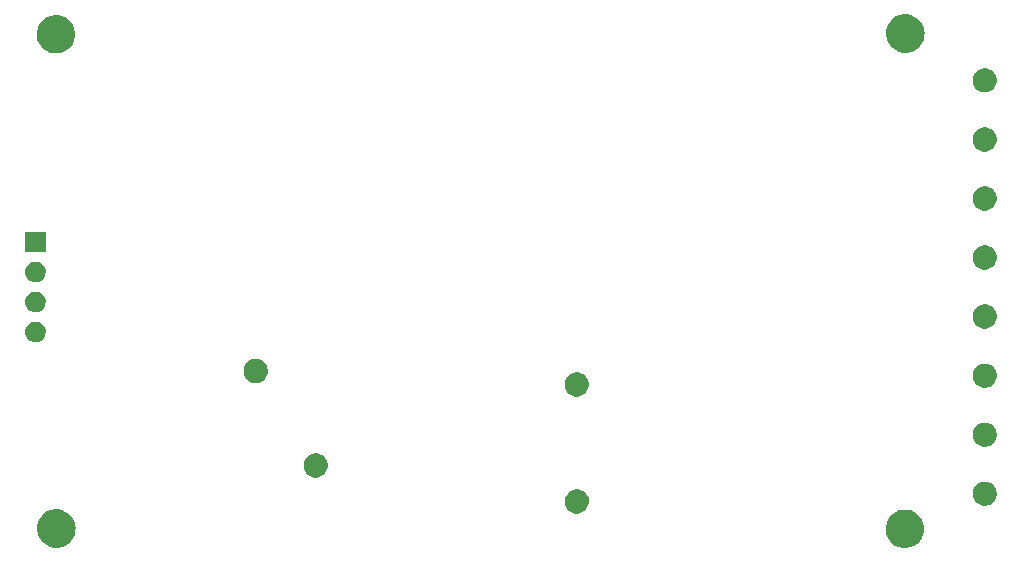
<source format=gbr>
G04 #@! TF.FileFunction,Soldermask,Bot*
%FSLAX46Y46*%
G04 Gerber Fmt 4.6, Leading zero omitted, Abs format (unit mm)*
G04 Created by KiCad (PCBNEW 4.0.6) date Tuesday, August 01, 2017 'AMt' 06:59:47 AM*
%MOMM*%
%LPD*%
G01*
G04 APERTURE LIST*
%ADD10C,0.100000*%
G04 APERTURE END LIST*
D10*
G36*
X181745726Y-122100681D02*
X182057966Y-122164775D01*
X182351824Y-122288301D01*
X182616085Y-122466548D01*
X182840692Y-122692728D01*
X183017087Y-122958226D01*
X183138557Y-123252932D01*
X183195980Y-123542943D01*
X183200470Y-123565621D01*
X183195386Y-123929702D01*
X183195309Y-123930040D01*
X183195309Y-123930049D01*
X183124766Y-124240542D01*
X182995118Y-124531737D01*
X182811374Y-124792209D01*
X182580539Y-125012031D01*
X182311402Y-125182831D01*
X182014217Y-125298101D01*
X181700305Y-125353453D01*
X181381615Y-125346777D01*
X181070292Y-125278328D01*
X180778193Y-125150713D01*
X180516452Y-124968799D01*
X180295019Y-124739498D01*
X180122347Y-124471563D01*
X180005002Y-124175185D01*
X179947462Y-123861670D01*
X179951912Y-123542943D01*
X180018186Y-123231148D01*
X180143757Y-122938168D01*
X180323846Y-122675156D01*
X180551588Y-122452134D01*
X180818315Y-122277593D01*
X181113862Y-122158184D01*
X181426971Y-122098456D01*
X181745726Y-122100681D01*
X181745726Y-122100681D01*
G37*
G36*
X109898726Y-122073681D02*
X110210966Y-122137775D01*
X110504824Y-122261301D01*
X110769085Y-122439548D01*
X110993692Y-122665728D01*
X111170087Y-122931226D01*
X111291557Y-123225932D01*
X111348980Y-123515943D01*
X111353470Y-123538621D01*
X111348386Y-123902702D01*
X111348309Y-123903040D01*
X111348309Y-123903049D01*
X111277766Y-124213542D01*
X111148118Y-124504737D01*
X110964374Y-124765209D01*
X110733539Y-124985031D01*
X110464402Y-125155831D01*
X110167217Y-125271101D01*
X109853305Y-125326453D01*
X109534615Y-125319777D01*
X109223292Y-125251328D01*
X108931193Y-125123713D01*
X108669452Y-124941799D01*
X108448019Y-124712498D01*
X108275347Y-124444563D01*
X108158002Y-124148185D01*
X108100462Y-123834670D01*
X108104912Y-123515943D01*
X108171186Y-123204148D01*
X108296757Y-122911168D01*
X108476846Y-122648156D01*
X108704588Y-122425134D01*
X108971315Y-122250593D01*
X109266862Y-122131184D01*
X109579971Y-122071456D01*
X109898726Y-122073681D01*
X109898726Y-122073681D01*
G37*
G36*
X153907706Y-120387281D02*
X154104683Y-120427715D01*
X154290068Y-120505644D01*
X154456780Y-120618093D01*
X154598475Y-120760780D01*
X154709756Y-120928272D01*
X154786386Y-121114190D01*
X154825376Y-121311105D01*
X154825376Y-121311115D01*
X154825443Y-121311454D01*
X154822236Y-121541138D01*
X154822160Y-121541472D01*
X154822160Y-121541485D01*
X154777686Y-121737236D01*
X154695897Y-121920938D01*
X154579980Y-122085260D01*
X154434355Y-122223937D01*
X154264568Y-122331688D01*
X154077083Y-122404408D01*
X153879050Y-122439327D01*
X153678001Y-122435115D01*
X153481599Y-122391933D01*
X153297325Y-122311426D01*
X153132203Y-122196663D01*
X152992512Y-122052010D01*
X152883579Y-121882978D01*
X152809550Y-121696002D01*
X152773250Y-121498221D01*
X152776057Y-121297148D01*
X152817868Y-121100448D01*
X152897085Y-120915619D01*
X153010696Y-120749695D01*
X153154369Y-120608999D01*
X153322637Y-120498888D01*
X153509087Y-120423557D01*
X153706613Y-120385878D01*
X153907706Y-120387281D01*
X153907706Y-120387281D01*
G37*
G36*
X188448706Y-119733281D02*
X188645683Y-119773715D01*
X188831068Y-119851644D01*
X188997780Y-119964093D01*
X189139475Y-120106780D01*
X189250756Y-120274272D01*
X189327386Y-120460190D01*
X189366376Y-120657105D01*
X189366376Y-120657115D01*
X189366443Y-120657454D01*
X189363236Y-120887138D01*
X189363160Y-120887472D01*
X189363160Y-120887485D01*
X189318686Y-121083236D01*
X189236897Y-121266938D01*
X189120980Y-121431260D01*
X188975355Y-121569937D01*
X188805568Y-121677688D01*
X188618083Y-121750408D01*
X188420050Y-121785327D01*
X188219001Y-121781115D01*
X188022599Y-121737933D01*
X187838325Y-121657426D01*
X187673203Y-121542663D01*
X187533512Y-121398010D01*
X187424579Y-121228978D01*
X187350550Y-121042002D01*
X187314250Y-120844221D01*
X187317057Y-120643148D01*
X187358868Y-120446448D01*
X187438085Y-120261619D01*
X187551696Y-120095695D01*
X187695369Y-119954999D01*
X187863637Y-119844888D01*
X188050087Y-119769557D01*
X188247613Y-119731878D01*
X188448706Y-119733281D01*
X188448706Y-119733281D01*
G37*
G36*
X131806706Y-117339281D02*
X132003683Y-117379715D01*
X132189068Y-117457644D01*
X132355780Y-117570093D01*
X132497475Y-117712780D01*
X132608756Y-117880272D01*
X132685386Y-118066190D01*
X132724376Y-118263105D01*
X132724376Y-118263115D01*
X132724443Y-118263454D01*
X132721236Y-118493138D01*
X132721160Y-118493472D01*
X132721160Y-118493485D01*
X132676686Y-118689236D01*
X132594897Y-118872938D01*
X132478980Y-119037260D01*
X132333355Y-119175937D01*
X132163568Y-119283688D01*
X131976083Y-119356408D01*
X131778050Y-119391327D01*
X131577001Y-119387115D01*
X131380599Y-119343933D01*
X131196325Y-119263426D01*
X131031203Y-119148663D01*
X130891512Y-119004010D01*
X130782579Y-118834978D01*
X130708550Y-118648002D01*
X130672250Y-118450221D01*
X130675057Y-118249148D01*
X130716868Y-118052448D01*
X130796085Y-117867619D01*
X130909696Y-117701695D01*
X131053369Y-117560999D01*
X131221637Y-117450888D01*
X131408087Y-117375557D01*
X131605613Y-117337878D01*
X131806706Y-117339281D01*
X131806706Y-117339281D01*
G37*
G36*
X188448706Y-114733281D02*
X188645683Y-114773715D01*
X188831068Y-114851644D01*
X188997780Y-114964093D01*
X189139475Y-115106780D01*
X189250756Y-115274272D01*
X189327386Y-115460190D01*
X189366376Y-115657105D01*
X189366376Y-115657115D01*
X189366443Y-115657454D01*
X189363236Y-115887138D01*
X189363160Y-115887472D01*
X189363160Y-115887485D01*
X189318686Y-116083236D01*
X189236897Y-116266938D01*
X189120980Y-116431260D01*
X188975355Y-116569937D01*
X188805568Y-116677688D01*
X188618083Y-116750408D01*
X188420050Y-116785327D01*
X188219001Y-116781115D01*
X188022599Y-116737933D01*
X187838325Y-116657426D01*
X187673203Y-116542663D01*
X187533512Y-116398010D01*
X187424579Y-116228978D01*
X187350550Y-116042002D01*
X187314250Y-115844221D01*
X187317057Y-115643148D01*
X187358868Y-115446448D01*
X187438085Y-115261619D01*
X187551696Y-115095695D01*
X187695369Y-114954999D01*
X187863637Y-114844888D01*
X188050087Y-114769557D01*
X188247613Y-114731878D01*
X188448706Y-114733281D01*
X188448706Y-114733281D01*
G37*
G36*
X153904706Y-110481281D02*
X154101683Y-110521715D01*
X154287068Y-110599644D01*
X154453780Y-110712093D01*
X154595475Y-110854780D01*
X154706756Y-111022272D01*
X154783386Y-111208190D01*
X154822376Y-111405105D01*
X154822376Y-111405115D01*
X154822443Y-111405454D01*
X154819236Y-111635138D01*
X154819160Y-111635472D01*
X154819160Y-111635485D01*
X154774686Y-111831236D01*
X154692897Y-112014938D01*
X154576980Y-112179260D01*
X154431355Y-112317937D01*
X154261568Y-112425688D01*
X154074083Y-112498408D01*
X153876050Y-112533327D01*
X153675001Y-112529115D01*
X153478599Y-112485933D01*
X153294325Y-112405426D01*
X153129203Y-112290663D01*
X152989512Y-112146010D01*
X152880579Y-111976978D01*
X152806550Y-111790002D01*
X152770250Y-111592221D01*
X152773057Y-111391148D01*
X152814868Y-111194448D01*
X152894085Y-111009619D01*
X153007696Y-110843695D01*
X153151369Y-110702999D01*
X153319637Y-110592888D01*
X153506087Y-110517557D01*
X153703613Y-110479878D01*
X153904706Y-110481281D01*
X153904706Y-110481281D01*
G37*
G36*
X188448706Y-109733281D02*
X188645683Y-109773715D01*
X188831068Y-109851644D01*
X188997780Y-109964093D01*
X189139475Y-110106780D01*
X189250756Y-110274272D01*
X189327386Y-110460190D01*
X189366376Y-110657105D01*
X189366376Y-110657115D01*
X189366443Y-110657454D01*
X189363236Y-110887138D01*
X189363160Y-110887472D01*
X189363160Y-110887485D01*
X189318686Y-111083236D01*
X189236897Y-111266938D01*
X189120980Y-111431260D01*
X188975355Y-111569937D01*
X188805568Y-111677688D01*
X188618083Y-111750408D01*
X188420050Y-111785327D01*
X188219001Y-111781115D01*
X188022599Y-111737933D01*
X187838325Y-111657426D01*
X187673203Y-111542663D01*
X187533512Y-111398010D01*
X187424579Y-111228978D01*
X187350550Y-111042002D01*
X187314250Y-110844221D01*
X187317057Y-110643148D01*
X187358868Y-110446448D01*
X187438085Y-110261619D01*
X187551696Y-110095695D01*
X187695369Y-109954999D01*
X187863637Y-109844888D01*
X188050087Y-109769557D01*
X188247613Y-109731878D01*
X188448706Y-109733281D01*
X188448706Y-109733281D01*
G37*
G36*
X126726706Y-109338281D02*
X126923683Y-109378715D01*
X127109068Y-109456644D01*
X127275780Y-109569093D01*
X127417475Y-109711780D01*
X127528756Y-109879272D01*
X127605386Y-110065190D01*
X127644376Y-110262105D01*
X127644376Y-110262115D01*
X127644443Y-110262454D01*
X127641236Y-110492138D01*
X127641160Y-110492472D01*
X127641160Y-110492485D01*
X127596686Y-110688236D01*
X127514897Y-110871938D01*
X127398980Y-111036260D01*
X127253355Y-111174937D01*
X127083568Y-111282688D01*
X126896083Y-111355408D01*
X126698050Y-111390327D01*
X126497001Y-111386115D01*
X126300599Y-111342933D01*
X126116325Y-111262426D01*
X125951203Y-111147663D01*
X125811512Y-111003010D01*
X125702579Y-110833978D01*
X125628550Y-110647002D01*
X125592250Y-110449221D01*
X125595057Y-110248148D01*
X125636868Y-110051448D01*
X125716085Y-109866619D01*
X125829696Y-109700695D01*
X125973369Y-109559999D01*
X126141637Y-109449888D01*
X126328087Y-109374557D01*
X126525613Y-109336878D01*
X126726706Y-109338281D01*
X126726706Y-109338281D01*
G37*
G36*
X107958819Y-106185632D02*
X107966458Y-106185685D01*
X108136242Y-106204730D01*
X108299093Y-106256389D01*
X108448808Y-106338696D01*
X108579685Y-106448515D01*
X108686739Y-106581663D01*
X108765893Y-106733069D01*
X108814130Y-106896966D01*
X108814134Y-106897007D01*
X108814135Y-106897011D01*
X108829615Y-107067109D01*
X108811762Y-107236976D01*
X108811761Y-107236981D01*
X108811756Y-107237024D01*
X108761235Y-107400231D01*
X108679975Y-107550517D01*
X108571073Y-107682158D01*
X108438675Y-107790139D01*
X108287825Y-107870348D01*
X108124269Y-107919728D01*
X107954236Y-107936400D01*
X107945729Y-107936400D01*
X107941181Y-107936368D01*
X107933542Y-107936315D01*
X107763758Y-107917270D01*
X107600907Y-107865611D01*
X107451192Y-107783304D01*
X107320315Y-107673485D01*
X107213261Y-107540337D01*
X107134107Y-107388931D01*
X107085870Y-107225034D01*
X107085866Y-107224993D01*
X107085865Y-107224989D01*
X107070385Y-107054891D01*
X107088238Y-106885024D01*
X107088239Y-106885019D01*
X107088244Y-106884976D01*
X107138765Y-106721769D01*
X107220025Y-106571483D01*
X107328927Y-106439842D01*
X107461325Y-106331861D01*
X107612175Y-106251652D01*
X107775731Y-106202272D01*
X107945764Y-106185600D01*
X107954271Y-106185600D01*
X107958819Y-106185632D01*
X107958819Y-106185632D01*
G37*
G36*
X188448706Y-104733281D02*
X188645683Y-104773715D01*
X188831068Y-104851644D01*
X188997780Y-104964093D01*
X189139475Y-105106780D01*
X189250756Y-105274272D01*
X189327386Y-105460190D01*
X189366376Y-105657105D01*
X189366376Y-105657115D01*
X189366443Y-105657454D01*
X189363236Y-105887138D01*
X189363160Y-105887472D01*
X189363160Y-105887485D01*
X189318686Y-106083236D01*
X189236897Y-106266938D01*
X189120980Y-106431260D01*
X188975355Y-106569937D01*
X188805568Y-106677688D01*
X188618083Y-106750408D01*
X188420050Y-106785327D01*
X188219001Y-106781115D01*
X188022599Y-106737933D01*
X187838325Y-106657426D01*
X187673203Y-106542663D01*
X187533512Y-106398010D01*
X187424579Y-106228978D01*
X187350550Y-106042002D01*
X187314250Y-105844221D01*
X187317057Y-105643148D01*
X187358868Y-105446448D01*
X187438085Y-105261619D01*
X187551696Y-105095695D01*
X187695369Y-104954999D01*
X187863637Y-104844888D01*
X188050087Y-104769557D01*
X188247613Y-104731878D01*
X188448706Y-104733281D01*
X188448706Y-104733281D01*
G37*
G36*
X107958819Y-103645632D02*
X107966458Y-103645685D01*
X108136242Y-103664730D01*
X108299093Y-103716389D01*
X108448808Y-103798696D01*
X108579685Y-103908515D01*
X108686739Y-104041663D01*
X108765893Y-104193069D01*
X108814130Y-104356966D01*
X108814134Y-104357007D01*
X108814135Y-104357011D01*
X108829615Y-104527109D01*
X108811762Y-104696976D01*
X108811761Y-104696981D01*
X108811756Y-104697024D01*
X108761235Y-104860231D01*
X108679975Y-105010517D01*
X108571073Y-105142158D01*
X108438675Y-105250139D01*
X108287825Y-105330348D01*
X108124269Y-105379728D01*
X107954236Y-105396400D01*
X107945729Y-105396400D01*
X107941181Y-105396368D01*
X107933542Y-105396315D01*
X107763758Y-105377270D01*
X107600907Y-105325611D01*
X107451192Y-105243304D01*
X107320315Y-105133485D01*
X107213261Y-105000337D01*
X107134107Y-104848931D01*
X107085870Y-104685034D01*
X107085866Y-104684993D01*
X107085865Y-104684989D01*
X107070385Y-104514891D01*
X107088238Y-104345024D01*
X107088239Y-104345019D01*
X107088244Y-104344976D01*
X107138765Y-104181769D01*
X107220025Y-104031483D01*
X107328927Y-103899842D01*
X107461325Y-103791861D01*
X107612175Y-103711652D01*
X107775731Y-103662272D01*
X107945764Y-103645600D01*
X107954271Y-103645600D01*
X107958819Y-103645632D01*
X107958819Y-103645632D01*
G37*
G36*
X107958819Y-101105632D02*
X107966458Y-101105685D01*
X108136242Y-101124730D01*
X108299093Y-101176389D01*
X108448808Y-101258696D01*
X108579685Y-101368515D01*
X108686739Y-101501663D01*
X108765893Y-101653069D01*
X108814130Y-101816966D01*
X108814134Y-101817007D01*
X108814135Y-101817011D01*
X108829615Y-101987109D01*
X108811762Y-102156976D01*
X108811761Y-102156981D01*
X108811756Y-102157024D01*
X108761235Y-102320231D01*
X108679975Y-102470517D01*
X108571073Y-102602158D01*
X108438675Y-102710139D01*
X108287825Y-102790348D01*
X108124269Y-102839728D01*
X107954236Y-102856400D01*
X107945729Y-102856400D01*
X107941181Y-102856368D01*
X107933542Y-102856315D01*
X107763758Y-102837270D01*
X107600907Y-102785611D01*
X107451192Y-102703304D01*
X107320315Y-102593485D01*
X107213261Y-102460337D01*
X107134107Y-102308931D01*
X107085870Y-102145034D01*
X107085866Y-102144993D01*
X107085865Y-102144989D01*
X107070385Y-101974891D01*
X107088238Y-101805024D01*
X107088239Y-101805019D01*
X107088244Y-101804976D01*
X107138765Y-101641769D01*
X107220025Y-101491483D01*
X107328927Y-101359842D01*
X107461325Y-101251861D01*
X107612175Y-101171652D01*
X107775731Y-101122272D01*
X107945764Y-101105600D01*
X107954271Y-101105600D01*
X107958819Y-101105632D01*
X107958819Y-101105632D01*
G37*
G36*
X188448706Y-99733281D02*
X188645683Y-99773715D01*
X188831068Y-99851644D01*
X188997780Y-99964093D01*
X189139475Y-100106780D01*
X189250756Y-100274272D01*
X189327386Y-100460190D01*
X189366376Y-100657105D01*
X189366376Y-100657115D01*
X189366443Y-100657454D01*
X189363236Y-100887138D01*
X189363160Y-100887472D01*
X189363160Y-100887485D01*
X189318686Y-101083236D01*
X189236897Y-101266938D01*
X189120980Y-101431260D01*
X188975355Y-101569937D01*
X188805568Y-101677688D01*
X188618083Y-101750408D01*
X188420050Y-101785327D01*
X188219001Y-101781115D01*
X188022599Y-101737933D01*
X187838325Y-101657426D01*
X187673203Y-101542663D01*
X187533512Y-101398010D01*
X187424579Y-101228978D01*
X187350550Y-101042002D01*
X187314250Y-100844221D01*
X187317057Y-100643148D01*
X187358868Y-100446448D01*
X187438085Y-100261619D01*
X187551696Y-100095695D01*
X187695369Y-99954999D01*
X187863637Y-99844888D01*
X188050087Y-99769557D01*
X188247613Y-99731878D01*
X188448706Y-99733281D01*
X188448706Y-99733281D01*
G37*
G36*
X108825400Y-100316400D02*
X107074600Y-100316400D01*
X107074600Y-98565600D01*
X108825400Y-98565600D01*
X108825400Y-100316400D01*
X108825400Y-100316400D01*
G37*
G36*
X188448706Y-94733281D02*
X188645683Y-94773715D01*
X188831068Y-94851644D01*
X188997780Y-94964093D01*
X189139475Y-95106780D01*
X189250756Y-95274272D01*
X189327386Y-95460190D01*
X189366376Y-95657105D01*
X189366376Y-95657115D01*
X189366443Y-95657454D01*
X189363236Y-95887138D01*
X189363160Y-95887472D01*
X189363160Y-95887485D01*
X189318686Y-96083236D01*
X189236897Y-96266938D01*
X189120980Y-96431260D01*
X188975355Y-96569937D01*
X188805568Y-96677688D01*
X188618083Y-96750408D01*
X188420050Y-96785327D01*
X188219001Y-96781115D01*
X188022599Y-96737933D01*
X187838325Y-96657426D01*
X187673203Y-96542663D01*
X187533512Y-96398010D01*
X187424579Y-96228978D01*
X187350550Y-96042002D01*
X187314250Y-95844221D01*
X187317057Y-95643148D01*
X187358868Y-95446448D01*
X187438085Y-95261619D01*
X187551696Y-95095695D01*
X187695369Y-94954999D01*
X187863637Y-94844888D01*
X188050087Y-94769557D01*
X188247613Y-94731878D01*
X188448706Y-94733281D01*
X188448706Y-94733281D01*
G37*
G36*
X188448706Y-89733281D02*
X188645683Y-89773715D01*
X188831068Y-89851644D01*
X188997780Y-89964093D01*
X189139475Y-90106780D01*
X189250756Y-90274272D01*
X189327386Y-90460190D01*
X189366376Y-90657105D01*
X189366376Y-90657115D01*
X189366443Y-90657454D01*
X189363236Y-90887138D01*
X189363160Y-90887472D01*
X189363160Y-90887485D01*
X189318686Y-91083236D01*
X189236897Y-91266938D01*
X189120980Y-91431260D01*
X188975355Y-91569937D01*
X188805568Y-91677688D01*
X188618083Y-91750408D01*
X188420050Y-91785327D01*
X188219001Y-91781115D01*
X188022599Y-91737933D01*
X187838325Y-91657426D01*
X187673203Y-91542663D01*
X187533512Y-91398010D01*
X187424579Y-91228978D01*
X187350550Y-91042002D01*
X187314250Y-90844221D01*
X187317057Y-90643148D01*
X187358868Y-90446448D01*
X187438085Y-90261619D01*
X187551696Y-90095695D01*
X187695369Y-89954999D01*
X187863637Y-89844888D01*
X188050087Y-89769557D01*
X188247613Y-89731878D01*
X188448706Y-89733281D01*
X188448706Y-89733281D01*
G37*
G36*
X188448706Y-84733281D02*
X188645683Y-84773715D01*
X188831068Y-84851644D01*
X188997780Y-84964093D01*
X189139475Y-85106780D01*
X189250756Y-85274272D01*
X189327386Y-85460190D01*
X189366376Y-85657105D01*
X189366376Y-85657115D01*
X189366443Y-85657454D01*
X189363236Y-85887138D01*
X189363160Y-85887472D01*
X189363160Y-85887485D01*
X189318686Y-86083236D01*
X189236897Y-86266938D01*
X189120980Y-86431260D01*
X188975355Y-86569937D01*
X188805568Y-86677688D01*
X188618083Y-86750408D01*
X188420050Y-86785327D01*
X188219001Y-86781115D01*
X188022599Y-86737933D01*
X187838325Y-86657426D01*
X187673203Y-86542663D01*
X187533512Y-86398010D01*
X187424579Y-86228978D01*
X187350550Y-86042002D01*
X187314250Y-85844221D01*
X187317057Y-85643148D01*
X187358868Y-85446448D01*
X187438085Y-85261619D01*
X187551696Y-85095695D01*
X187695369Y-84954999D01*
X187863637Y-84844888D01*
X188050087Y-84769557D01*
X188247613Y-84731878D01*
X188448706Y-84733281D01*
X188448706Y-84733281D01*
G37*
G36*
X109870726Y-80225681D02*
X110182966Y-80289775D01*
X110476824Y-80413301D01*
X110741085Y-80591548D01*
X110965692Y-80817728D01*
X111142087Y-81083226D01*
X111263557Y-81377932D01*
X111320980Y-81667943D01*
X111325470Y-81690621D01*
X111320386Y-82054702D01*
X111320309Y-82055040D01*
X111320309Y-82055049D01*
X111249766Y-82365542D01*
X111120118Y-82656737D01*
X110936374Y-82917209D01*
X110705539Y-83137031D01*
X110436402Y-83307831D01*
X110139217Y-83423101D01*
X109825305Y-83478453D01*
X109506615Y-83471777D01*
X109195292Y-83403328D01*
X108903193Y-83275713D01*
X108641452Y-83093799D01*
X108420019Y-82864498D01*
X108247347Y-82596563D01*
X108130002Y-82300185D01*
X108072462Y-81986670D01*
X108076912Y-81667943D01*
X108143186Y-81356148D01*
X108268757Y-81063168D01*
X108448846Y-80800156D01*
X108676588Y-80577134D01*
X108943315Y-80402593D01*
X109238862Y-80283184D01*
X109551971Y-80223456D01*
X109870726Y-80225681D01*
X109870726Y-80225681D01*
G37*
G36*
X181780726Y-80163681D02*
X182092966Y-80227775D01*
X182386824Y-80351301D01*
X182651085Y-80529548D01*
X182875692Y-80755728D01*
X183052087Y-81021226D01*
X183173557Y-81315932D01*
X183230980Y-81605943D01*
X183235470Y-81628621D01*
X183230386Y-81992702D01*
X183230309Y-81993040D01*
X183230309Y-81993049D01*
X183159766Y-82303542D01*
X183030118Y-82594737D01*
X182846374Y-82855209D01*
X182615539Y-83075031D01*
X182346402Y-83245831D01*
X182049217Y-83361101D01*
X181735305Y-83416453D01*
X181416615Y-83409777D01*
X181105292Y-83341328D01*
X180813193Y-83213713D01*
X180551452Y-83031799D01*
X180330019Y-82802498D01*
X180157347Y-82534563D01*
X180040002Y-82238185D01*
X179982462Y-81924670D01*
X179986912Y-81605943D01*
X180053186Y-81294148D01*
X180178757Y-81001168D01*
X180358846Y-80738156D01*
X180586588Y-80515134D01*
X180853315Y-80340593D01*
X181148862Y-80221184D01*
X181461971Y-80161456D01*
X181780726Y-80163681D01*
X181780726Y-80163681D01*
G37*
M02*

</source>
